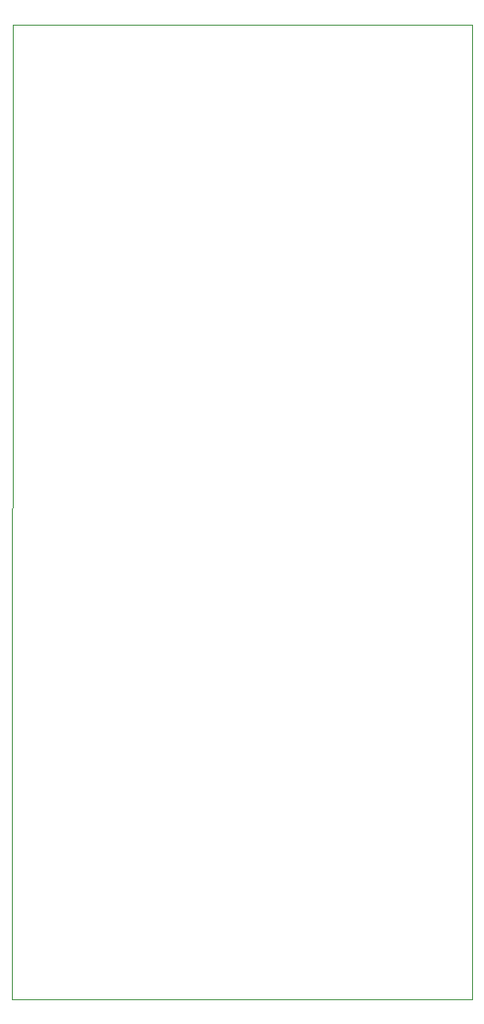
<source format=gbr>
%TF.GenerationSoftware,KiCad,Pcbnew,(5.1.10)-1*%
%TF.CreationDate,2021-10-22T16:43:04-07:00*%
%TF.ProjectId,z80_ssd,7a38305f-7373-4642-9e6b-696361645f70,rev?*%
%TF.SameCoordinates,Original*%
%TF.FileFunction,Profile,NP*%
%FSLAX46Y46*%
G04 Gerber Fmt 4.6, Leading zero omitted, Abs format (unit mm)*
G04 Created by KiCad (PCBNEW (5.1.10)-1) date 2021-10-22 16:43:04*
%MOMM*%
%LPD*%
G01*
G04 APERTURE LIST*
%TA.AperFunction,Profile*%
%ADD10C,0.100000*%
%TD*%
G04 APERTURE END LIST*
D10*
X183000000Y-46355000D02*
X183000000Y-136398000D01*
X140500000Y-46355000D02*
X183000000Y-46355000D01*
X140462000Y-136398000D02*
X140500000Y-46355000D01*
X183000000Y-136398000D02*
X140462000Y-136398000D01*
M02*

</source>
